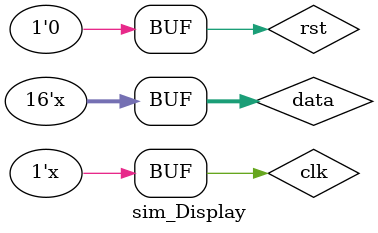
<source format=v>
`timescale 1ns / 1ps


module sim_Display();
    reg clk, rst;
    reg[15:0] data;
    wire[7:0] seg, an;
    initial begin
        data <= 0;
        clk <= 0;
        rst <= 0;
    end
    always#1 clk <= ~clk;
    always#2 data <= data+1;
    Display sim_Display(clk, rst, {16'b0, data}, seg, an);
endmodule

</source>
